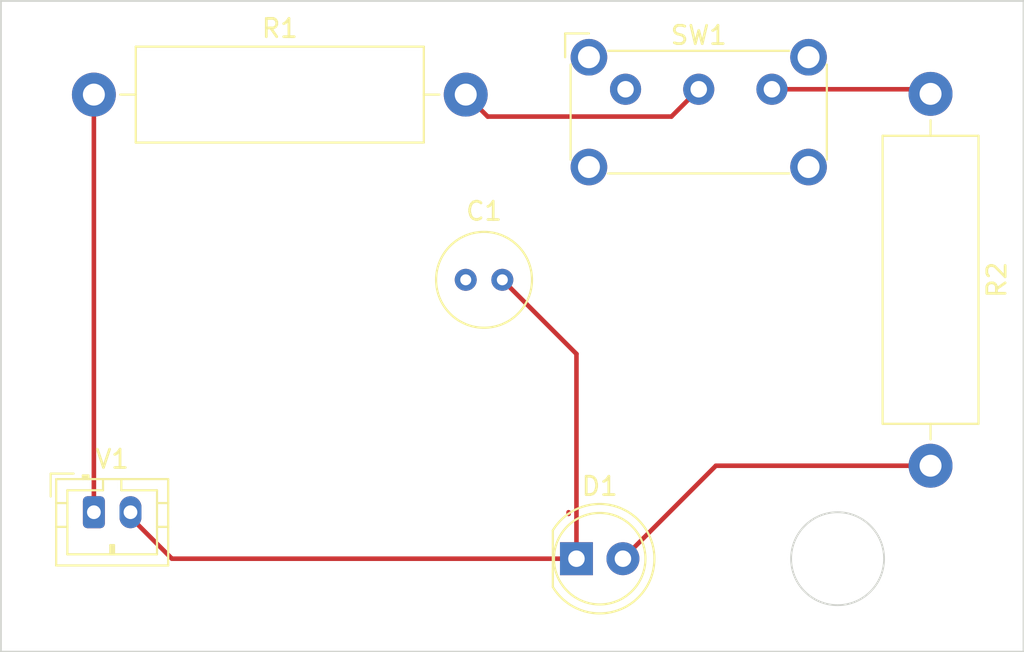
<source format=kicad_pcb>
(kicad_pcb (version 20211014) (generator pcbnew)
  (layers (0 "F.Cu" signal) (31 "B.Cu" signal) (34 "B.Paste" user) (35 "F.Paste" user) (36 "B.SilkS" user "B.Silkscreen") (37 "F.SilkS" user "F.Silkscreen") (38 "B.Mask" user) (39 "F.Mask" user) (44 "Edge.Cuts" user))
  (net 0 "")
  (net 2 "Net-(C1-Pad2)")
  (net 3 "Net-(D1-Pad2)")
  (net 4 "Net-(R1-Pad1)")
  (net 5 "Net-(R1-Pad2)")
  (net 6 "Net-(R2-Pad1)")
  (footprint "Resistor_THT:R_Axial_DIN0516_L15.5mm_D5.0mm_P20.32mm_Horizontal" (layer "F.Cu") (at 165.1 76.2 -90)
    (fp_text reference "R2" (at 10.16 -3.62 90) (layer "F.SilkS"))
    (fp_text value "20 k Ω")
    (fp_line (start 18.88 0) (end 18.03 0) (layer "F.SilkS") (width 0.12))
    (fp_line (start 2.29 -2.62) (end 2.29 2.62) (layer "F.SilkS") (width 0.12))
    (fp_line (start 18.03 2.62) (end 18.03 -2.62) (layer "F.SilkS") (width 0.12))
    (fp_line (start 18.03 -2.62) (end 2.29 -2.62) (layer "F.SilkS") (width 0.12))
    (fp_line (start 1.44 0) (end 2.29 0) (layer "F.SilkS") (width 0.12))
    (fp_line (start 2.29 2.62) (end 18.03 2.62) (layer "F.SilkS") (width 0.12))
    (pad "1" thru_hole circle (at 0 0 270) (size 2.4 2.4) (drill 1.2) (layers *.Cu *.Mask) (net 6 "Net-(R2-Pad1)"))
    (pad "2" thru_hole oval (at 20.32 0 270) (size 2.4 2.4) (drill 1.2) (layers *.Cu *.Mask) (net 3 "Net-(D1-Pad2)"))
  )
  (footprint "Button_Switch_THT:SW_E-Switch_EG1224_SPDT_Angled" (layer "F.Cu") (at 148.4325 75.9475)
    (fp_text reference "SW1" (at 4 -2.95) (layer "F.SilkS"))
    (fp_text value "SW_SPDT")
    (fp_line (start 8.95 4.6) (end -0.95 4.6) (layer "F.SilkS") (width 0.12))
    (fp_line (start -3 3.85) (end -3 -1.35) (layer "F.SilkS") (width 0.12))
    (fp_line (start -0.95 -2.1) (end 8.95 -2.1) (layer "F.SilkS") (width 0.12))
    (fp_line (start -3.3 -3.05) (end -2 -3.05) (layer "F.SilkS") (width 0.12))
    (fp_line (start 11 -1.35) (end 11 3.85) (layer "F.SilkS") (width 0.12))
    (fp_line (start -3.3 -1.75) (end -3.3 -3.05) (layer "F.SilkS") (width 0.12))
    (pad "" thru_hole circle (at -2 -1.75) (size 2 2) (drill 1.2) (layers *.Cu *.Mask))
    (pad "" thru_hole circle (at -2 4.25) (size 2 2) (drill 1.2) (layers *.Cu *.Mask))
    (pad "" thru_hole circle (at 10 4.25) (size 2 2) (drill 1.2) (layers *.Cu *.Mask))
    (pad "" thru_hole circle (at 10 -1.75) (size 2 2) (drill 1.2) (layers *.Cu *.Mask))
    (pad "1" thru_hole circle (at 0 0) (size 1.7 1.7) (drill 0.9) (layers *.Cu *.Mask))
    (pad "2" thru_hole circle (at 4 0) (size 1.7 1.7) (drill 0.9) (layers *.Cu *.Mask) (net 5 "Net-(R1-Pad2)"))
    (pad "3" thru_hole circle (at 8 0) (size 1.7 1.7) (drill 0.9) (layers *.Cu *.Mask) (net 6 "Net-(R2-Pad1)"))
  )
  (footprint "Capacitor_THT:C_Radial_D5.0mm_H5.0mm_P2.00mm" (layer "F.Cu") (at 139.7 86.36)
    (fp_text reference "C1" (at 1 -3.75) (layer "F.SilkS"))
    (fp_text value "4.7   µ F")
    (fp_circle (center 1 0) (end 3.62 0) (layer "F.SilkS") (width 0.12) (fill none))
    (pad "1" thru_hole circle (at 0 0) (size 1.2 1.2) (drill 0.6) (layers *.Cu *.Mask))
    (pad "2" thru_hole circle (at 2 0) (size 1.2 1.2) (drill 0.6) (layers *.Cu *.Mask) (net 2 "Net-(C1-Pad2)"))
  )
  (footprint "Resistor_THT:R_Axial_DIN0516_L15.5mm_D5.0mm_P20.32mm_Horizontal" (layer "F.Cu") (at 119.38 76.24)
    (fp_text reference "R1" (at 10.16 -3.62) (layer "F.SilkS"))
    (fp_text value "2.2k")
    (fp_line (start 2.29 2.62) (end 18.03 2.62) (layer "F.SilkS") (width 0.12))
    (fp_line (start 18.03 -2.62) (end 2.29 -2.62) (layer "F.SilkS") (width 0.12))
    (fp_line (start 1.44 0) (end 2.29 0) (layer "F.SilkS") (width 0.12))
    (fp_line (start 2.29 -2.62) (end 2.29 2.62) (layer "F.SilkS") (width 0.12))
    (fp_line (start 18.88 0) (end 18.03 0) (layer "F.SilkS") (width 0.12))
    (fp_line (start 18.03 2.62) (end 18.03 -2.62) (layer "F.SilkS") (width 0.12))
    (pad "1" thru_hole circle (at 0 0) (size 2.4 2.4) (drill 1.2) (layers *.Cu *.Mask) (net 4 "Net-(R1-Pad1)"))
    (pad "2" thru_hole oval (at 20.32 0) (size 2.4 2.4) (drill 1.2) (layers *.Cu *.Mask) (net 5 "Net-(R1-Pad2)"))
  )
  (footprint "LED_THT:LED_D5.0mm" (layer "F.Cu") (at 145.75 101.6)
    (fp_text reference "D1" (at 1.27 -3.96) (layer "F.SilkS"))
    (fp_text value "LED")
    (fp_line (start -1.29 -1.545) (end -1.29 1.545) (layer "F.SilkS") (width 0.12))
    (fp_arc (start -1.29 -1.54483) (mid 2.072002 -2.880433) (end 4.26 0.000462) (layer "F.SilkS") (width 0.12))
    (fp_arc (start 4.26 -0.000462) (mid 2.072002 2.880433) (end -1.29 1.54483) (layer "F.SilkS") (width 0.12))
    (fp_circle (center 1.27 0) (end 3.77 0) (layer "F.SilkS") (width 0.12) (fill none))
    (pad "1" thru_hole rect (at 0 0) (size 1.8 1.8) (drill 0.9) (layers *.Cu *.Mask) (net 2 "Net-(C1-Pad2)"))
    (pad "2" thru_hole circle (at 2.54 0) (size 1.8 1.8) (drill 0.9) (layers *.Cu *.Mask) (net 3 "Net-(D1-Pad2)"))
  )
  (footprint "Connector_JST:JST_PH_B2B-PH-K_1x02_P2.00mm_Vertical" (layer "F.Cu") (at 119.38 99.06)
    (fp_text reference "V1" (at 1 -2.9) (layer "F.SilkS"))
    (fp_text value "9 V")
    (fp_line (start 4.06 -1.81) (end -2.06 -1.81) (layer "F.SilkS") (width 0.12))
    (fp_line (start 3.45 -1.2) (end 1.5 -1.2) (layer "F.SilkS") (width 0.12))
    (fp_line (start 0.5 -1.81) (end 0.5 -1.2) (layer "F.SilkS") (width 0.12))
    (fp_line (start -1.45 -1.2) (end -1.45 2.3) (layer "F.SilkS") (width 0.12))
    (fp_line (start -2.06 -1.81) (end -2.06 2.91) (layer "F.SilkS") (width 0.12))
    (fp_line (start -0.3 -1.81) (end -0.3 -2.01) (layer "F.SilkS") (width 0.12))
    (fp_line (start 0.5 -1.2) (end -1.45 -1.2) (layer "F.SilkS") (width 0.12))
    (fp_line (start -1.11 -2.11) (end -2.36 -2.11) (layer "F.SilkS") (width 0.12))
    (fp_line (start -0.3 -2.01) (end -0.6 -2.01) (layer "F.SilkS") (width 0.12))
    (fp_line (start 1 2.3) (end 1 1.8) (layer "F.SilkS") (width 0.12))
    (fp_line (start 1.1 1.8) (end 1.1 2.3) (layer "F.SilkS") (width 0.12))
    (fp_line (start -2.06 0.8) (end -1.45 0.8) (layer "F.SilkS") (width 0.12))
    (fp_line (start 4.06 2.91) (end 4.06 -1.81) (layer "F.SilkS") (width 0.12))
    (fp_line (start 3.45 2.3) (end 3.45 -1.2) (layer "F.SilkS") (width 0.12))
    (fp_line (start 0.9 1.8) (end 1.1 1.8) (layer "F.SilkS") (width 0.12))
    (fp_line (start 4.06 -0.5) (end 3.45 -0.5) (layer "F.SilkS") (width 0.12))
    (fp_line (start 1.5 -1.2) (end 1.5 -1.81) (layer "F.SilkS") (width 0.12))
    (fp_line (start 0.9 2.3) (end 0.9 1.8) (layer "F.SilkS") (width 0.12))
    (fp_line (start -0.3 -1.91) (end -0.6 -1.91) (layer "F.SilkS") (width 0.12))
    (fp_line (start -2.06 -0.5) (end -1.45 -0.5) (layer "F.SilkS") (width 0.12))
    (fp_line (start -2.36 -2.11) (end -2.36 -0.86) (layer "F.SilkS") (width 0.12))
    (fp_line (start 4.06 0.8) (end 3.45 0.8) (layer "F.SilkS") (width 0.12))
    (fp_line (start -1.45 2.3) (end 3.45 2.3) (layer "F.SilkS") (width 0.12))
    (fp_line (start -0.6 -2.01) (end -0.6 -1.81) (layer "F.SilkS") (width 0.12))
    (fp_line (start -2.06 2.91) (end 4.06 2.91) (layer "F.SilkS") (width 0.12))
    (pad "1" thru_hole roundrect (at 0 0) (size 1.2 1.75) (drill 0.75) (layers *.Cu *.Mask) (roundrect_rratio 0.208333) (net 4 "Net-(R1-Pad1)"))
    (pad "2" thru_hole oval (at 2 0) (size 1.2 1.75) (drill 0.75) (layers *.Cu *.Mask) (net 2 "Net-(C1-Pad2)"))
  )
  (gr_rect (start 114.3 71.12) (end 170.18 106.68) (layer "Edge.Cuts") (width 0.1) (fill none))
  (gr_circle (center 160.02 101.6) (end 162.56 101.6) (layer "Edge.Cuts") (width 0.1) (fill none))
  (segment (start 145.32 99.154544) (end 145.32 99.06) (width 0.25) (layer "F.Cu") (net 2))
  (segment (start 145.75 90.41) (end 145.75 101.6) (width 0.25) (layer "F.Cu") (net 2))
  (segment (start 123.645 101.6) (end 145.75 101.6) (width 0.25) (layer "F.Cu") (net 2))
  (segment (start 121.38 99.335) (end 123.645 101.6) (width 0.25) (layer "F.Cu") (net 2))
  (segment (start 141.7 86.36) (end 145.75 90.41) (width 0.25) (layer "F.Cu") (net 2))
  (segment (start 121.38 99.06) (end 121.38 99.335) (width 0.25) (layer "F.Cu") (net 2))
  (segment (start 153.37 96.52) (end 148.29 101.6) (width 0.25) (layer "F.Cu") (net 3))
  (segment (start 165.1 96.52) (end 153.37 96.52) (width 0.25) (layer "F.Cu") (net 3))
  (segment (start 119.38 76.24) (end 119.38 99.06) (width 0.25) (layer "F.Cu") (net 4))
  (segment (start 139.7 76.24) (end 140.9 77.44) (width 0.25) (layer "F.Cu") (net 5))
  (segment (start 140.9 77.44) (end 150.94 77.44) (width 0.25) (layer "F.Cu") (net 5))
  (segment (start 150.94 77.44) (end 152.4325 75.9475) (width 0.25) (layer "F.Cu") (net 5))
  (segment (start 164.8475 75.9475) (end 165.1 76.2) (width 0.25) (layer "F.Cu") (net 6))
  (segment (start 156.4325 75.9475) (end 164.8475 75.9475) (width 0.25) (layer "F.Cu") (net 6))
)
</source>
